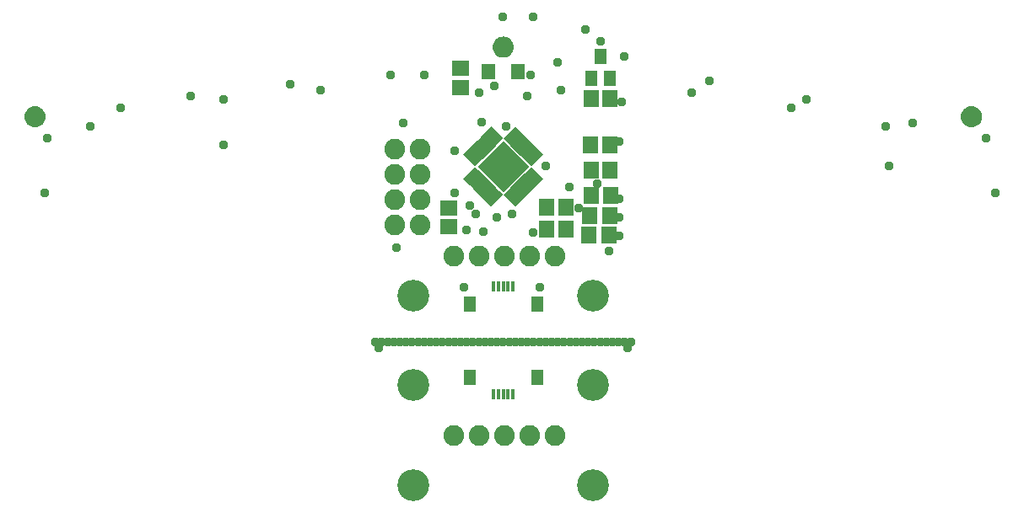
<source format=gbr>
G04 EAGLE Gerber RS-274X export*
G75*
%MOMM*%
%FSLAX34Y34*%
%LPD*%
%INSoldermask Top*%
%IPPOS*%
%AMOC8*
5,1,8,0,0,1.08239X$1,22.5*%
G01*
%ADD10R,1.203200X1.543200*%
%ADD11R,0.350000X1.100000*%
%ADD12C,2.082800*%
%ADD13R,1.503200X1.803200*%
%ADD14R,1.203200X1.603200*%
%ADD15C,3.203200*%
%ADD16R,1.803200X1.503200*%
%ADD17R,1.403200X1.603200*%
%ADD18R,0.503200X1.703200*%
%ADD19R,3.653200X3.653200*%
%ADD20C,0.959600*%

G36*
X541792Y459520D02*
X541792Y459520D01*
X541835Y459532D01*
X541901Y459539D01*
X543584Y459990D01*
X543625Y460009D01*
X543688Y460028D01*
X545268Y460765D01*
X545305Y460791D01*
X545364Y460820D01*
X546792Y461820D01*
X546823Y461852D01*
X546876Y461891D01*
X548109Y463124D01*
X548134Y463160D01*
X548180Y463208D01*
X549180Y464636D01*
X549198Y464677D01*
X549235Y464732D01*
X549972Y466312D01*
X549983Y466355D01*
X550010Y466416D01*
X550461Y468099D01*
X550463Y468131D01*
X550470Y468152D01*
X550470Y468167D01*
X550480Y468208D01*
X550632Y469945D01*
X550628Y469989D01*
X550632Y470055D01*
X550480Y471792D01*
X550468Y471835D01*
X550461Y471901D01*
X550010Y473584D01*
X549991Y473625D01*
X549972Y473688D01*
X549235Y475268D01*
X549209Y475305D01*
X549180Y475364D01*
X548180Y476792D01*
X548148Y476823D01*
X548109Y476876D01*
X546876Y478109D01*
X546840Y478134D01*
X546792Y478180D01*
X545364Y479180D01*
X545323Y479198D01*
X545268Y479235D01*
X543688Y479972D01*
X543645Y479983D01*
X543584Y480010D01*
X541901Y480461D01*
X541856Y480464D01*
X541792Y480480D01*
X540055Y480632D01*
X540011Y480628D01*
X539945Y480632D01*
X538208Y480480D01*
X538165Y480468D01*
X538099Y480461D01*
X536416Y480010D01*
X536375Y479991D01*
X536312Y479972D01*
X534732Y479235D01*
X534695Y479209D01*
X534636Y479180D01*
X533208Y478180D01*
X533177Y478148D01*
X533124Y478109D01*
X531891Y476876D01*
X531866Y476840D01*
X531820Y476792D01*
X530820Y475364D01*
X530802Y475323D01*
X530765Y475268D01*
X530028Y473688D01*
X530017Y473645D01*
X529990Y473584D01*
X529539Y471901D01*
X529536Y471856D01*
X529520Y471792D01*
X529368Y470055D01*
X529372Y470011D01*
X529368Y469945D01*
X529520Y468208D01*
X529532Y468165D01*
X529536Y468131D01*
X529536Y468115D01*
X529538Y468110D01*
X529539Y468099D01*
X529990Y466416D01*
X530009Y466375D01*
X530028Y466312D01*
X530765Y464732D01*
X530791Y464695D01*
X530820Y464636D01*
X531820Y463208D01*
X531852Y463177D01*
X531891Y463124D01*
X533124Y461891D01*
X533160Y461866D01*
X533208Y461820D01*
X534636Y460820D01*
X534677Y460802D01*
X534732Y460765D01*
X536312Y460028D01*
X536355Y460017D01*
X536416Y459990D01*
X538099Y459539D01*
X538144Y459536D01*
X538208Y459520D01*
X539945Y459368D01*
X539989Y459372D01*
X540055Y459368D01*
X541792Y459520D01*
G37*
G36*
X1011792Y389520D02*
X1011792Y389520D01*
X1011835Y389532D01*
X1011901Y389539D01*
X1013584Y389990D01*
X1013625Y390009D01*
X1013688Y390028D01*
X1015268Y390765D01*
X1015305Y390791D01*
X1015364Y390820D01*
X1016792Y391820D01*
X1016823Y391852D01*
X1016876Y391891D01*
X1018109Y393124D01*
X1018134Y393160D01*
X1018180Y393208D01*
X1019180Y394636D01*
X1019198Y394677D01*
X1019235Y394732D01*
X1019972Y396312D01*
X1019983Y396355D01*
X1020010Y396416D01*
X1020461Y398099D01*
X1020463Y398131D01*
X1020470Y398152D01*
X1020470Y398167D01*
X1020480Y398208D01*
X1020632Y399945D01*
X1020628Y399989D01*
X1020632Y400055D01*
X1020480Y401792D01*
X1020468Y401835D01*
X1020461Y401901D01*
X1020010Y403584D01*
X1019991Y403625D01*
X1019972Y403688D01*
X1019235Y405268D01*
X1019209Y405305D01*
X1019180Y405364D01*
X1018180Y406792D01*
X1018148Y406823D01*
X1018109Y406876D01*
X1016876Y408109D01*
X1016840Y408134D01*
X1016792Y408180D01*
X1015364Y409180D01*
X1015323Y409198D01*
X1015268Y409235D01*
X1013688Y409972D01*
X1013645Y409983D01*
X1013584Y410010D01*
X1011901Y410461D01*
X1011856Y410464D01*
X1011792Y410480D01*
X1010055Y410632D01*
X1010011Y410628D01*
X1009945Y410632D01*
X1008208Y410480D01*
X1008165Y410468D01*
X1008099Y410461D01*
X1006416Y410010D01*
X1006375Y409991D01*
X1006312Y409972D01*
X1004732Y409235D01*
X1004695Y409209D01*
X1004636Y409180D01*
X1003208Y408180D01*
X1003177Y408148D01*
X1003124Y408109D01*
X1001891Y406876D01*
X1001866Y406840D01*
X1001820Y406792D01*
X1000820Y405364D01*
X1000802Y405323D01*
X1000765Y405268D01*
X1000028Y403688D01*
X1000017Y403645D01*
X999990Y403584D01*
X999539Y401901D01*
X999536Y401856D01*
X999520Y401792D01*
X999368Y400055D01*
X999372Y400011D01*
X999368Y399945D01*
X999520Y398208D01*
X999532Y398165D01*
X999536Y398131D01*
X999536Y398115D01*
X999538Y398110D01*
X999539Y398099D01*
X999990Y396416D01*
X1000009Y396375D01*
X1000028Y396312D01*
X1000765Y394732D01*
X1000791Y394695D01*
X1000820Y394636D01*
X1001820Y393208D01*
X1001852Y393177D01*
X1001891Y393124D01*
X1003124Y391891D01*
X1003160Y391866D01*
X1003208Y391820D01*
X1004636Y390820D01*
X1004677Y390802D01*
X1004732Y390765D01*
X1006312Y390028D01*
X1006355Y390017D01*
X1006416Y389990D01*
X1008099Y389539D01*
X1008144Y389536D01*
X1008208Y389520D01*
X1009945Y389368D01*
X1009989Y389372D01*
X1010055Y389368D01*
X1011792Y389520D01*
G37*
G36*
X71792Y389520D02*
X71792Y389520D01*
X71835Y389532D01*
X71901Y389539D01*
X73584Y389990D01*
X73625Y390009D01*
X73688Y390028D01*
X75268Y390765D01*
X75305Y390791D01*
X75364Y390820D01*
X76792Y391820D01*
X76823Y391852D01*
X76876Y391891D01*
X78109Y393124D01*
X78134Y393160D01*
X78180Y393208D01*
X79180Y394636D01*
X79198Y394677D01*
X79235Y394732D01*
X79972Y396312D01*
X79983Y396355D01*
X80010Y396416D01*
X80461Y398099D01*
X80463Y398131D01*
X80470Y398152D01*
X80470Y398167D01*
X80480Y398208D01*
X80632Y399945D01*
X80628Y399989D01*
X80632Y400055D01*
X80480Y401792D01*
X80468Y401835D01*
X80461Y401901D01*
X80010Y403584D01*
X79991Y403625D01*
X79972Y403688D01*
X79235Y405268D01*
X79209Y405305D01*
X79180Y405364D01*
X78180Y406792D01*
X78148Y406823D01*
X78109Y406876D01*
X76876Y408109D01*
X76840Y408134D01*
X76792Y408180D01*
X75364Y409180D01*
X75323Y409198D01*
X75268Y409235D01*
X73688Y409972D01*
X73645Y409983D01*
X73584Y410010D01*
X71901Y410461D01*
X71856Y410464D01*
X71792Y410480D01*
X70055Y410632D01*
X70011Y410628D01*
X69945Y410632D01*
X68208Y410480D01*
X68165Y410468D01*
X68099Y410461D01*
X66416Y410010D01*
X66375Y409991D01*
X66312Y409972D01*
X64732Y409235D01*
X64695Y409209D01*
X64636Y409180D01*
X63208Y408180D01*
X63177Y408148D01*
X63124Y408109D01*
X61891Y406876D01*
X61866Y406840D01*
X61820Y406792D01*
X60820Y405364D01*
X60802Y405323D01*
X60765Y405268D01*
X60028Y403688D01*
X60017Y403645D01*
X59990Y403584D01*
X59539Y401901D01*
X59536Y401856D01*
X59520Y401792D01*
X59368Y400055D01*
X59372Y400011D01*
X59368Y399945D01*
X59520Y398208D01*
X59532Y398165D01*
X59536Y398131D01*
X59536Y398115D01*
X59538Y398110D01*
X59539Y398099D01*
X59990Y396416D01*
X60009Y396375D01*
X60028Y396312D01*
X60765Y394732D01*
X60791Y394695D01*
X60820Y394636D01*
X61820Y393208D01*
X61852Y393177D01*
X61891Y393124D01*
X63124Y391891D01*
X63160Y391866D01*
X63208Y391820D01*
X64636Y390820D01*
X64677Y390802D01*
X64732Y390765D01*
X66312Y390028D01*
X66355Y390017D01*
X66416Y389990D01*
X68099Y389539D01*
X68144Y389536D01*
X68208Y389520D01*
X69945Y389368D01*
X69989Y389372D01*
X70055Y389368D01*
X71792Y389520D01*
G37*
D10*
X506125Y211800D03*
X573875Y211800D03*
D11*
X530000Y229050D03*
X535000Y229050D03*
X540000Y229050D03*
X545000Y229050D03*
X550000Y229050D03*
D12*
X490000Y260000D03*
X515400Y260000D03*
X540800Y260000D03*
X566200Y260000D03*
X591600Y260000D03*
D13*
X628096Y320608D03*
X648096Y320608D03*
X626280Y281464D03*
X646280Y281464D03*
D14*
X637664Y460456D03*
X647164Y438456D03*
X628164Y438456D03*
D13*
X647164Y418600D03*
X628164Y418600D03*
D15*
X450000Y220000D03*
X630000Y220000D03*
D13*
X627008Y300312D03*
X647008Y300312D03*
X583780Y308936D03*
X602780Y308936D03*
X583780Y287224D03*
X602780Y287224D03*
D12*
X456204Y291252D03*
X430804Y291252D03*
X456204Y316652D03*
X430804Y316652D03*
X456204Y342052D03*
X430804Y342052D03*
X456204Y367452D03*
X430804Y367452D03*
D13*
X647284Y346032D03*
X628284Y346032D03*
X627408Y372024D03*
X647408Y372024D03*
D16*
X485008Y289372D03*
X485008Y308372D03*
X497200Y448580D03*
X497200Y429580D03*
D17*
X524872Y445176D03*
X554872Y445176D03*
D12*
X490000Y80000D03*
X515400Y80000D03*
X540800Y80000D03*
X566200Y80000D03*
X591600Y80000D03*
D15*
X450000Y130000D03*
X630000Y130000D03*
X450000Y30000D03*
X630000Y30000D03*
D10*
X573875Y138200D03*
X506125Y138200D03*
D11*
X550000Y120950D03*
X545000Y120950D03*
X540000Y120950D03*
X535000Y120950D03*
X530000Y120950D03*
D18*
G36*
X539978Y321715D02*
X543536Y325273D01*
X555578Y313231D01*
X552020Y309673D01*
X539978Y321715D01*
G37*
G36*
X543514Y325251D02*
X547072Y328809D01*
X559114Y316767D01*
X555556Y313209D01*
X543514Y325251D01*
G37*
G36*
X547049Y328786D02*
X550607Y332344D01*
X562649Y320302D01*
X559091Y316744D01*
X547049Y328786D01*
G37*
G36*
X550585Y332322D02*
X554143Y335880D01*
X566185Y323838D01*
X562627Y320280D01*
X550585Y332322D01*
G37*
G36*
X554120Y335857D02*
X557678Y339415D01*
X569720Y327373D01*
X566162Y323815D01*
X554120Y335857D01*
G37*
G36*
X557656Y339393D02*
X561214Y342951D01*
X573256Y330909D01*
X569698Y327351D01*
X557656Y339393D01*
G37*
G36*
X561191Y342928D02*
X564749Y346486D01*
X576791Y334444D01*
X573233Y330886D01*
X561191Y342928D01*
G37*
G36*
X564727Y346464D02*
X568285Y350022D01*
X580327Y337980D01*
X576769Y334422D01*
X564727Y346464D01*
G37*
G36*
X568285Y349978D02*
X564727Y353536D01*
X576769Y365578D01*
X580327Y362020D01*
X568285Y349978D01*
G37*
G36*
X564749Y353514D02*
X561191Y357072D01*
X573233Y369114D01*
X576791Y365556D01*
X564749Y353514D01*
G37*
G36*
X561214Y357049D02*
X557656Y360607D01*
X569698Y372649D01*
X573256Y369091D01*
X561214Y357049D01*
G37*
G36*
X557678Y360585D02*
X554120Y364143D01*
X566162Y376185D01*
X569720Y372627D01*
X557678Y360585D01*
G37*
G36*
X554143Y364120D02*
X550585Y367678D01*
X562627Y379720D01*
X566185Y376162D01*
X554143Y364120D01*
G37*
G36*
X550607Y367656D02*
X547049Y371214D01*
X559091Y383256D01*
X562649Y379698D01*
X550607Y367656D01*
G37*
G36*
X547072Y371191D02*
X543514Y374749D01*
X555556Y386791D01*
X559114Y383233D01*
X547072Y371191D01*
G37*
G36*
X543536Y374727D02*
X539978Y378285D01*
X552020Y390327D01*
X555578Y386769D01*
X543536Y374727D01*
G37*
G36*
X540022Y378285D02*
X536464Y374727D01*
X524422Y386769D01*
X527980Y390327D01*
X540022Y378285D01*
G37*
G36*
X536486Y374749D02*
X532928Y371191D01*
X520886Y383233D01*
X524444Y386791D01*
X536486Y374749D01*
G37*
G36*
X532951Y371214D02*
X529393Y367656D01*
X517351Y379698D01*
X520909Y383256D01*
X532951Y371214D01*
G37*
G36*
X529415Y367678D02*
X525857Y364120D01*
X513815Y376162D01*
X517373Y379720D01*
X529415Y367678D01*
G37*
G36*
X525880Y364143D02*
X522322Y360585D01*
X510280Y372627D01*
X513838Y376185D01*
X525880Y364143D01*
G37*
G36*
X522344Y360607D02*
X518786Y357049D01*
X506744Y369091D01*
X510302Y372649D01*
X522344Y360607D01*
G37*
G36*
X518809Y357072D02*
X515251Y353514D01*
X503209Y365556D01*
X506767Y369114D01*
X518809Y357072D01*
G37*
G36*
X515273Y353536D02*
X511715Y349978D01*
X499673Y362020D01*
X503231Y365578D01*
X515273Y353536D01*
G37*
G36*
X511715Y350022D02*
X515273Y346464D01*
X503231Y334422D01*
X499673Y337980D01*
X511715Y350022D01*
G37*
G36*
X515251Y346486D02*
X518809Y342928D01*
X506767Y330886D01*
X503209Y334444D01*
X515251Y346486D01*
G37*
G36*
X518786Y342951D02*
X522344Y339393D01*
X510302Y327351D01*
X506744Y330909D01*
X518786Y342951D01*
G37*
G36*
X522322Y339415D02*
X525880Y335857D01*
X513838Y323815D01*
X510280Y327373D01*
X522322Y339415D01*
G37*
G36*
X525857Y335880D02*
X529415Y332322D01*
X517373Y320280D01*
X513815Y323838D01*
X525857Y335880D01*
G37*
G36*
X529393Y332344D02*
X532951Y328786D01*
X520909Y316744D01*
X517351Y320302D01*
X529393Y332344D01*
G37*
G36*
X532928Y328809D02*
X536486Y325251D01*
X524444Y313209D01*
X520886Y316767D01*
X532928Y328809D01*
G37*
G36*
X536464Y325273D02*
X540022Y321715D01*
X527980Y309673D01*
X524422Y313231D01*
X536464Y325273D01*
G37*
D19*
G36*
X540000Y375832D02*
X565832Y350000D01*
X540000Y324168D01*
X514168Y350000D01*
X540000Y375832D01*
G37*
D20*
X656058Y298872D03*
X656058Y280584D03*
X500610Y228768D03*
X533776Y350688D03*
X656058Y317160D03*
X570108Y500142D03*
X622168Y487848D03*
X656058Y375072D03*
X658744Y414696D03*
X582544Y350688D03*
X439288Y393360D03*
X427096Y442128D03*
X326512Y432984D03*
X225928Y420792D03*
X125344Y390312D03*
X747136Y436032D03*
X844672Y417744D03*
X951352Y393360D03*
X576448Y228768D03*
X539872Y500040D03*
X926968Y350688D03*
X646552Y265344D03*
X433192Y268392D03*
X259456Y372024D03*
X79624Y323256D03*
X1033648Y323256D03*
X661792Y460416D03*
X594736Y454320D03*
X411856Y173904D03*
X417952Y173904D03*
X424048Y173904D03*
X430144Y173904D03*
X436240Y173904D03*
X442336Y173904D03*
X448432Y173904D03*
X454528Y173904D03*
X460624Y173904D03*
X466720Y173904D03*
X472816Y173904D03*
X478912Y173904D03*
X485008Y173904D03*
X491104Y173904D03*
X497200Y173904D03*
X503296Y173904D03*
X509392Y173904D03*
X515488Y173904D03*
X521584Y173904D03*
X527680Y173904D03*
X533776Y173904D03*
X539872Y173904D03*
X545968Y173904D03*
X552064Y173904D03*
X558160Y173904D03*
X564256Y173904D03*
X570352Y173904D03*
X576448Y173904D03*
X582544Y173904D03*
X588640Y173904D03*
X594736Y173904D03*
X600832Y173904D03*
X606928Y173904D03*
X613024Y173904D03*
X619120Y173904D03*
X625216Y173904D03*
X631312Y173904D03*
X637408Y173904D03*
X643504Y173904D03*
X649600Y173904D03*
X655696Y173904D03*
X661792Y173904D03*
X667888Y173904D03*
X414904Y167808D03*
X664840Y167808D03*
X545968Y350688D03*
X533776Y298872D03*
X616072Y308016D03*
X503038Y286422D03*
X634360Y332400D03*
X564256Y420792D03*
X515488Y423840D03*
X1024504Y378120D03*
X923920Y390312D03*
X829432Y408600D03*
X728848Y423840D03*
X597784Y426888D03*
X460624Y442128D03*
X356992Y426888D03*
X259456Y417744D03*
X155824Y408600D03*
X82672Y378120D03*
X506344Y311064D03*
X549016Y301920D03*
X570352Y283632D03*
X512440Y301920D03*
X520318Y284898D03*
X606552Y329184D03*
X542920Y390312D03*
X567304Y442128D03*
X637408Y475656D03*
X491104Y365928D03*
X518536Y394150D03*
X530728Y431178D03*
X491104Y323256D03*
M02*

</source>
